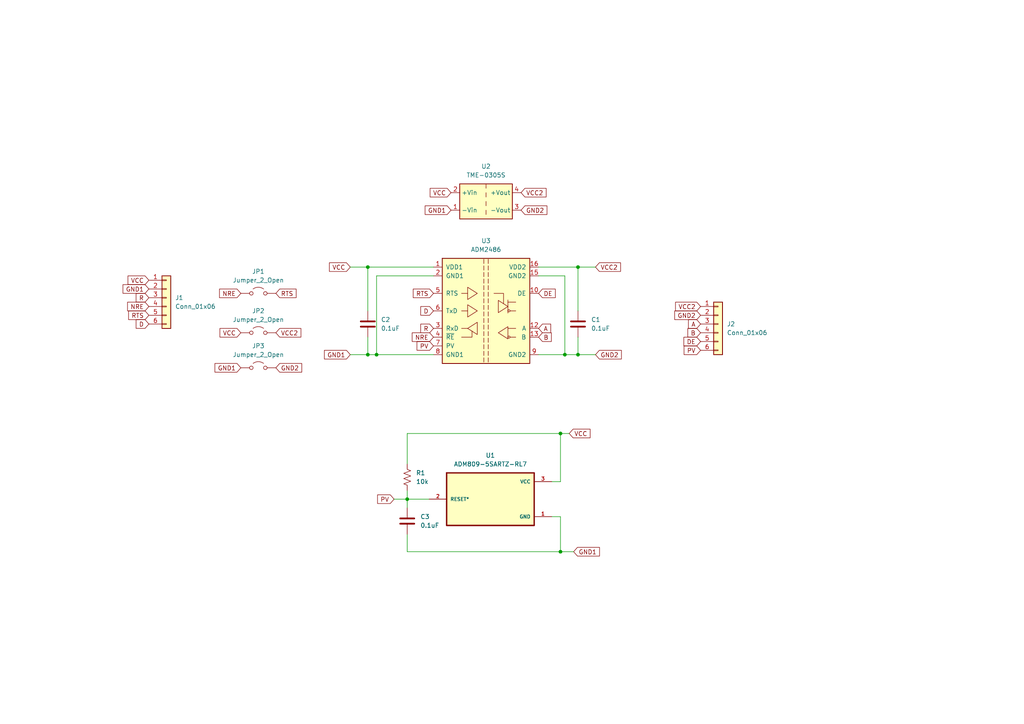
<source format=kicad_sch>
(kicad_sch (version 20231120) (generator "eeschema") (generator_version "8.0")
  (paper "A4")
  (lib_symbols
    (symbol "ASM809:ADM809-5SARTZ-RL7" (pin_names (offset 1.016))
      (property "Reference" "U" (at -12.7 8.62 0))
      (property "Value" "ADM809-5SARTZ-RL7" (at -12.7 -11.62 0))
      (symbol "ADM809-5SARTZ-RL7_0_0"
        (rectangle (start -12.7 -7.62) (end 12.7 7.62) (stroke (width 0.41)) (fill (type background)))
        (pin power_in line (at 17.78 -5.08 180) (length 5.08) (name "GND") (number "1"))
        (pin bidirectional line (at -17.78 0 0) (length 5.08) (name "RESET*") (number "2"))
        (pin power_in line (at 17.78 5.08 180) (length 5.08) (name "VCC") (number "3"))
      )
    )
    (symbol "Connector_Generic:Conn_01x06" (pin_names (offset 1.016) hide)
      (property "Reference" "J" (at 0 7.62 0))
      (property "Value" "Conn_01x06" (at 0 -10.16 0))
      (symbol "Conn_01x06_1_1"
        (rectangle (start -1.27 -7.493) (end 0 -7.747) (stroke (width 0.1524)))
        (rectangle (start -1.27 -4.953) (end 0 -5.207) (stroke (width 0.1524)))
        (rectangle (start -1.27 -2.413) (end 0 -2.667) (stroke (width 0.1524)))
        (rectangle (start -1.27 0.127) (end 0 -0.127) (stroke (width 0.1524)))
        (rectangle (start -1.27 2.667) (end 0 2.413) (stroke (width 0.1524)))
        (rectangle (start -1.27 5.207) (end 0 4.953) (stroke (width 0.1524)))
        (rectangle (start -1.27 6.35) (end 1.27 -8.89) (stroke (width 0.254)) (fill (type background)))
        (pin passive line (at -5.08 5.08 0) (length 3.81) (name "Pin_1") (number "1"))
        (pin passive line (at -5.08 2.54 0) (length 3.81) (name "Pin_2") (number "2"))
        (pin passive line (at -5.08 0 0) (length 3.81) (name "Pin_3") (number "3"))
        (pin passive line (at -5.08 -2.54 0) (length 3.81) (name "Pin_4") (number "4"))
        (pin passive line (at -5.08 -5.08 0) (length 3.81) (name "Pin_5") (number "5"))
        (pin passive line (at -5.08 -7.62 0) (length 3.81) (name "Pin_6") (number "6"))
      )
    )
    (symbol "Converter_DCDC:TME-0305S"
      (property "Reference" "U" (at -6.35 6.35 0))
      (property "Value" "TME-0305S" (at 2.54 6.35 0))
      (symbol "TME-0305S_0_0"
        (pin power_in line (at -10.16 -2.54 0) (length 2.54) (name "-Vin") (number "1"))
        (pin power_in line (at -10.16 2.54 0) (length 2.54) (name "+Vin") (number "2"))
        (pin power_out line (at 10.16 -2.54 180) (length 2.54) (name "-Vout") (number "3"))
        (pin power_out line (at 10.16 2.54 180) (length 2.54) (name "+Vout") (number "4"))
      )
      (symbol "TME-0305S_0_1"
        (rectangle (start -7.62 5.08) (end 7.62 -5.08) (stroke (width 0.254)) (fill (type background)))
        (polyline (pts (xy 0 -2.54) (xy 0 -3.81)))
        (polyline (pts (xy 0 0) (xy 0 -1.27)))
        (polyline (pts (xy 0 2.54) (xy 0 1.27)))
        (polyline (pts (xy 0 5.08) (xy 0 3.81)))
      )
    )
    (symbol "Device:C" (pin_numbers hide) (pin_names (offset 0.254))
      (property "Reference" "C" (at 0.635 2.54 0))
      (property "Value" "C" (at 0.635 -2.54 0))
      (symbol "C_0_1"
        (polyline (pts (xy -2.032 -0.762) (xy 2.032 -0.762)) (stroke (width 0.508)))
        (polyline (pts (xy -2.032 0.762) (xy 2.032 0.762)) (stroke (width 0.508)))
      )
      (symbol "C_1_1"
        (pin passive line (at 0 3.81 270) (length 2.794) (name "~") (number "1"))
        (pin passive line (at 0 -3.81 90) (length 2.794) (name "~") (number "2"))
      )
    )
    (symbol "Device:R_US" (pin_numbers hide) (pin_names (offset 0))
      (property "Reference" "R" (at 2.54 0 90))
      (property "Value" "R_US" (at -2.54 0 90))
      (symbol "R_US_0_1"
        (polyline (pts (xy 0 -2.286) (xy 0 -2.54)))
        (polyline (pts (xy 0 2.286) (xy 0 2.54)))
        (polyline (pts (xy 0 -0.762) (xy 1.016 -1.143) (xy 0 -1.524) (xy -1.016 -1.905) (xy 0 -2.286)))
        (polyline (pts (xy 0 0.762) (xy 1.016 0.381) (xy 0 0) (xy -1.016 -0.381) (xy 0 -0.762)))
        (polyline (pts (xy 0 2.286) (xy 1.016 1.905) (xy 0 1.524) (xy -1.016 1.143) (xy 0 0.762)))
      )
      (symbol "R_US_1_1"
        (pin passive line (at 0 3.81 270) (length 1.27) (name "~") (number "1"))
        (pin passive line (at 0 -3.81 90) (length 1.27) (name "~") (number "2"))
      )
    )
    (symbol "Jumper:Jumper_2_Open" (pin_numbers hide) (pin_names (offset 0) hide) (exclude_from_sim yes)
      (property "Reference" "JP" (at 0 2.794 0))
      (property "Value" "Jumper_2_Open" (at 0 -2.286 0))
      (symbol "Jumper_2_Open_0_0"
        (circle (center -2.032 0) (radius 0.508))
        (circle (center 2.032 0) (radius 0.508))
      )
      (symbol "Jumper_2_Open_0_1"
        (arc (start 1.524 1.27) (mid 0 1.778) (end -1.524 1.27))
      )
      (symbol "Jumper_2_Open_1_1"
        (pin passive line (at -5.08 0 0) (length 2.54) (name "A") (number "1"))
        (pin passive line (at 5.08 0 180) (length 2.54) (name "B") (number "2"))
      )
    )
    (symbol "ProjectLib:ADM2486" (pin_names (offset 1.016))
      (property "Reference" "U" (at 0 19.05 0))
      (property "Value" "ADM2486" (at 0 16.51 0))
      (symbol "ADM2486_0_0"
        (polyline (pts (xy -0.635 -13.589) (xy -0.635 -14.859)))
        (polyline (pts (xy -0.635 -11.684) (xy -0.635 -12.954)))
        (polyline (pts (xy -0.635 -9.779) (xy -0.635 -11.049)))
        (polyline (pts (xy -0.635 -7.874) (xy -0.635 -9.144)))
        (polyline (pts (xy -0.635 -5.969) (xy -0.635 -7.239)))
        (polyline (pts (xy -0.635 -4.064) (xy -0.635 -5.334)))
        (polyline (pts (xy -0.635 -2.159) (xy -0.635 -3.429)))
        (polyline (pts (xy -0.635 -0.254) (xy -0.635 -1.524)))
        (polyline (pts (xy -0.635 1.651) (xy -0.635 0.381)))
        (polyline (pts (xy -0.635 3.556) (xy -0.635 2.286)))
        (polyline (pts (xy -0.635 5.461) (xy -0.635 4.191)))
        (polyline (pts (xy -0.635 7.366) (xy -0.635 6.096)))
        (polyline (pts (xy -0.635 9.271) (xy -0.635 8.001)))
        (polyline (pts (xy -0.635 11.176) (xy -0.635 9.906)))
        (polyline (pts (xy -0.635 13.081) (xy -0.635 11.811)))
        (polyline (pts (xy -0.635 14.986) (xy -0.635 13.716)))
        (polyline (pts (xy 0.635 -13.589) (xy 0.635 -14.859)))
        (polyline (pts (xy 0.635 -11.684) (xy 0.635 -12.954)))
        (polyline (pts (xy 0.635 -9.779) (xy 0.635 -11.049)))
        (polyline (pts (xy 0.635 -7.874) (xy 0.635 -9.144)))
        (polyline (pts (xy 0.635 -5.969) (xy 0.635 -7.239)))
        (polyline (pts (xy 0.635 -4.064) (xy 0.635 -5.334)))
        (polyline (pts (xy 0.635 -2.159) (xy 0.635 -3.429)))
        (polyline (pts (xy 0.635 -0.254) (xy 0.635 -1.524)))
        (polyline (pts (xy 0.635 1.651) (xy 0.635 0.381)))
        (polyline (pts (xy 0.635 3.556) (xy 0.635 2.286)))
        (polyline (pts (xy 0.635 5.461) (xy 0.635 4.191)))
        (polyline (pts (xy 0.635 7.366) (xy 0.635 6.096)))
        (polyline (pts (xy 0.635 9.271) (xy 0.635 8.001)))
        (polyline (pts (xy 0.635 11.176) (xy 0.635 9.906)))
        (polyline (pts (xy 0.635 13.081) (xy 0.635 11.811)))
        (polyline (pts (xy 0.635 14.986) (xy 0.635 13.716)))
      )
      (symbol "ADM2486_0_1"
        (rectangle (start -12.7 15.24) (end 12.7 -15.24) (stroke (width 0.254)) (fill (type background)))
        (polyline (pts (xy -5.334 -5.08) (xy -7.112 -5.08)))
        (polyline (pts (xy -5.334 0) (xy -7.112 0)))
        (polyline (pts (xy -5.334 5.08) (xy -7.112 5.08)))
        (polyline (pts (xy 6.35 -5.08) (xy 8.636 -5.08)))
        (polyline (pts (xy 6.35 2.54) (xy 8.636 2.54)))
        (polyline (pts (xy 6.35 3.175) (xy 6.35 -0.635)))
        (polyline (pts (xy 6.9596 -7.62) (xy 8.636 -7.62)))
        (polyline (pts (xy 6.9596 0) (xy 8.636 0)))
        (polyline (pts (xy -7.112 -7.62) (xy -4.064 -7.62) (xy -4.064 -5.842)))
        (polyline (pts (xy 2.286 5.08) (xy 5.08 5.08) (xy 5.08 2.159)))
        (polyline (pts (xy -5.334 -5.08) (xy -2.54 -3.302) (xy -2.54 -6.858) (xy -5.334 -5.08)))
        (polyline (pts (xy -2.54 0) (xy -5.334 1.778) (xy -5.334 -1.778) (xy -2.54 0)))
        (polyline (pts (xy -2.54 5.08) (xy -5.334 6.858) (xy -5.334 3.302) (xy -2.54 5.08)))
        (polyline (pts (xy 3.556 -6.35) (xy 6.35 -4.572) (xy 6.35 -8.128) (xy 3.556 -6.35)))
        (polyline (pts (xy 6.35 1.27) (xy 3.556 3.048) (xy 3.556 -0.508) (xy 6.35 1.27)))
        (circle (center 6.6548 -7.5946) (radius 0.3048))
        (circle (center 6.6548 0.0254) (radius 0.3048))
      )
      (symbol "ADM2486_1_1"
        (pin power_in line (at -15.24 12.7 0) (length 2.54) (name "VDD1") (number "1"))
        (pin input line (at 15.24 5.08 180) (length 2.54) (name "DE") (number "10"))
        (pin no_connect line (at 15.24 2.54 180) (length 2.54) hide (name "Y") (number "11"))
        (pin input line (at 15.24 -5.08 180) (length 2.54) (name "A") (number "12"))
        (pin input line (at 15.24 -7.62 180) (length 2.54) (name "B") (number "13"))
        (pin no_connect line (at 15.24 0 180) (length 2.54) hide (name "Z") (number "14"))
        (pin power_in line (at 15.24 10.16 180) (length 2.54) (name "GND2") (number "15"))
        (pin power_in line (at 15.24 12.7 180) (length 2.54) (name "VDD2") (number "16"))
        (pin power_in line (at -15.24 10.16 0) (length 2.54) (name "GND1") (number "2"))
        (pin output line (at -15.24 -5.08 0) (length 2.54) (name "RxD") (number "3"))
        (pin input line (at -15.24 -7.62 0) (length 2.54) (name "~{RE}") (number "4"))
        (pin input line (at -15.24 5.08 0) (length 2.54) (name "RTS") (number "5"))
        (pin input line (at -15.24 0 0) (length 2.54) (name "TxD") (number "6"))
        (pin input line (at -15.24 -10.16 0) (length 2.54) (name "PV") (number "7"))
        (pin power_in line (at -15.24 -12.7 0) (length 2.54) (name "GND1") (number "8"))
        (pin power_in line (at 15.24 -12.7 180) (length 2.54) (name "GND2") (number "9"))
      )
    )
  )
  (junction (at 162.56 160.02))
  (junction (at 167.64 77.47))
  (junction (at 162.56 125.73))
  (junction (at 167.64 102.87))
  (junction (at 106.68 77.47))
  (junction (at 118.11 144.78))
  (junction (at 106.68 102.87))
  (junction (at 163.83 102.87))
  (junction (at 109.22 102.87))
  (wire (pts (xy 162.56 139.7) (xy 162.56 125.73)))
  (wire (pts (xy 156.21 80.01) (xy 163.83 80.01)))
  (wire (pts (xy 166.37 160.02) (xy 162.56 160.02)))
  (wire (pts (xy 118.11 144.78) (xy 124.46 144.78)))
  (wire (pts (xy 118.11 134.62) (xy 118.11 125.73)))
  (wire (pts (xy 167.64 77.47) (xy 167.64 90.17)))
  (wire (pts (xy 162.56 149.86) (xy 162.56 160.02)))
  (wire (pts (xy 106.68 90.17) (xy 106.68 77.47)))
  (wire (pts (xy 118.11 160.02) (xy 118.11 154.94)))
  (wire (pts (xy 156.21 77.47) (xy 167.64 77.47)))
  (wire (pts (xy 167.64 102.87) (xy 172.72 102.87)))
  (wire (pts (xy 106.68 77.47) (xy 101.6 77.47)))
  (wire (pts (xy 118.11 144.78) (xy 118.11 147.32)))
  (wire (pts (xy 106.68 102.87) (xy 109.22 102.87)))
  (wire (pts (xy 125.73 80.01) (xy 109.22 80.01)))
  (wire (pts (xy 109.22 102.87) (xy 125.73 102.87)))
  (wire (pts (xy 118.11 142.24) (xy 118.11 144.78)))
  (wire (pts (xy 163.83 102.87) (xy 167.64 102.87)))
  (wire (pts (xy 160.02 149.86) (xy 162.56 149.86)))
  (wire (pts (xy 114.3 144.78) (xy 118.11 144.78)))
  (wire (pts (xy 162.56 125.73) (xy 165.1 125.73)))
  (wire (pts (xy 109.22 80.01) (xy 109.22 102.87)))
  (wire (pts (xy 167.64 77.47) (xy 172.72 77.47)))
  (wire (pts (xy 156.21 102.87) (xy 163.83 102.87)))
  (wire (pts (xy 167.64 97.79) (xy 167.64 102.87)))
  (wire (pts (xy 101.6 102.87) (xy 106.68 102.87)))
  (wire (pts (xy 162.56 160.02) (xy 118.11 160.02)))
  (wire (pts (xy 106.68 102.87) (xy 106.68 97.79)))
  (wire (pts (xy 160.02 139.7) (xy 162.56 139.7)))
  (wire (pts (xy 118.11 125.73) (xy 162.56 125.73)))
  (wire (pts (xy 106.68 77.47) (xy 125.73 77.47)))
  (wire (pts (xy 163.83 80.01) (xy 163.83 102.87)))
  (global_label "R" (shape input) (at 43.18 86.36 180) (property "Intersheetrefs" "${INTERSHEET_REFS}" (effects (hide yes))))
  (global_label "RTS" (shape input) (at 43.18 91.44 180) (property "Intersheetrefs" "${INTERSHEET_REFS}" (effects (hide yes))))
  (global_label "RTS" (shape input) (at 125.73 85.09 180) (property "Intersheetrefs" "${INTERSHEET_REFS}" (effects (hide yes))))
  (global_label "D" (shape input) (at 125.73 90.17 180) (property "Intersheetrefs" "${INTERSHEET_REFS}" (effects (hide yes))))
  (global_label "NRE" (shape input) (at 125.73 97.79 180) (property "Intersheetrefs" "${INTERSHEET_REFS}" (effects (hide yes))))
  (global_label "B" (shape input) (at 203.2 96.52 180) (property "Intersheetrefs" "${INTERSHEET_REFS}" (effects (hide yes))))
  (global_label "GND1" (shape input) (at 43.18 83.82 180) (property "Intersheetrefs" "${INTERSHEET_REFS}" (effects (hide yes))))
  (global_label "GND1" (shape input) (at 101.6 102.87 180) (property "Intersheetrefs" "${INTERSHEET_REFS}" (effects (hide yes))))
  (global_label "VCC" (shape input) (at 101.6 77.47 180) (property "Intersheetrefs" "${INTERSHEET_REFS}" (effects (hide yes))))
  (global_label "GND1" (shape input) (at 130.81 60.96 180) (property "Intersheetrefs" "${INTERSHEET_REFS}" (effects (hide yes))))
  (global_label "VCC" (shape input) (at 69.85 96.52 180) (property "Intersheetrefs" "${INTERSHEET_REFS}" (effects (hide yes))))
  (global_label "GND2" (shape input) (at 172.72 102.87 0) (property "Intersheetrefs" "${INTERSHEET_REFS}" (effects (hide yes))))
  (global_label "VCC2" (shape input) (at 172.72 77.47 0) (property "Intersheetrefs" "${INTERSHEET_REFS}" (effects (hide yes))))
  (global_label "GND2" (shape input) (at 151.13 60.96 0) (property "Intersheetrefs" "${INTERSHEET_REFS}" (effects (hide yes))))
  (global_label "PV" (shape input) (at 114.3 144.78 180) (property "Intersheetrefs" "${INTERSHEET_REFS}" (effects (hide yes))))
  (global_label "VCC2" (shape input) (at 80.01 96.52 0) (property "Intersheetrefs" "${INTERSHEET_REFS}" (effects (hide yes))))
  (global_label "VCC2" (shape input) (at 203.2 88.9 180) (property "Intersheetrefs" "${INTERSHEET_REFS}" (effects (hide yes))))
  (global_label "GND2" (shape input) (at 80.01 106.68 0) (property "Intersheetrefs" "${INTERSHEET_REFS}" (effects (hide yes))))
  (global_label "R" (shape input) (at 125.73 95.25 180) (property "Intersheetrefs" "${INTERSHEET_REFS}" (effects (hide yes))))
  (global_label "DE" (shape input) (at 156.21 85.09 0) (property "Intersheetrefs" "${INTERSHEET_REFS}" (effects (hide yes))))
  (global_label "VCC" (shape input) (at 165.1 125.73 0) (property "Intersheetrefs" "${INTERSHEET_REFS}" (effects (hide yes))))
  (global_label "VCC" (shape input) (at 130.81 55.88 180) (property "Intersheetrefs" "${INTERSHEET_REFS}" (effects (hide yes))))
  (global_label "RTS" (shape input) (at 80.01 85.09 0) (property "Intersheetrefs" "${INTERSHEET_REFS}" (effects (hide yes))))
  (global_label "GND1" (shape input) (at 69.85 106.68 180) (property "Intersheetrefs" "${INTERSHEET_REFS}" (effects (hide yes))))
  (global_label "GND2" (shape input) (at 203.2 91.44 180) (property "Intersheetrefs" "${INTERSHEET_REFS}" (effects (hide yes))))
  (global_label "DE" (shape input) (at 203.2 99.06 180) (property "Intersheetrefs" "${INTERSHEET_REFS}" (effects (hide yes))))
  (global_label "A" (shape input) (at 156.21 95.25 0) (property "Intersheetrefs" "${INTERSHEET_REFS}" (effects (hide yes))))
  (global_label "A" (shape input) (at 203.2 93.98 180) (property "Intersheetrefs" "${INTERSHEET_REFS}" (effects (hide yes))))
  (global_label "VCC" (shape input) (at 43.18 81.28 180) (property "Intersheetrefs" "${INTERSHEET_REFS}" (effects (hide yes))))
  (global_label "PV" (shape input) (at 125.73 100.33 180) (property "Intersheetrefs" "${INTERSHEET_REFS}" (effects (hide yes))))
  (global_label "GND1" (shape input) (at 166.37 160.02 0) (property "Intersheetrefs" "${INTERSHEET_REFS}" (effects (hide yes))))
  (global_label "D" (shape input) (at 43.18 93.98 180) (property "Intersheetrefs" "${INTERSHEET_REFS}" (effects (hide yes))))
  (global_label "VCC2" (shape input) (at 151.13 55.88 0) (property "Intersheetrefs" "${INTERSHEET_REFS}" (effects (hide yes))))
  (global_label "NRE" (shape input) (at 43.18 88.9 180) (property "Intersheetrefs" "${INTERSHEET_REFS}" (effects (hide yes))))
  (global_label "NRE" (shape input) (at 69.85 85.09 180) (property "Intersheetrefs" "${INTERSHEET_REFS}" (effects (hide yes))))
  (global_label "B" (shape input) (at 156.21 97.79 0) (property "Intersheetrefs" "${INTERSHEET_REFS}" (effects (hide yes))))
  (global_label "PV" (shape input) (at 203.2 101.6 180) (property "Intersheetrefs" "${INTERSHEET_REFS}" (effects (hide yes))))
  (symbol (lib_id "Device:R_US") (at 118.11 138.43 0) (unit 1)
    (property "Reference" "R1" (at 120.65 137.1599 0) (effects (justify left)))
    (property "Value" "10k" (at 120.65 139.6999 0) (effects (justify left)))
    (property "Footprint" "Resistor_SMD:R_1206_3216Metric_Pad1.30x1.75mm_HandSolder" (effects (hide yes)))
    (property "Description" "Resistor, US symbol" (effects (hide yes)))
  )
  (symbol (lib_id "Connector_Generic:Conn_01x06") (at 48.26 86.36 0) (unit 1)
    (property "Reference" "J1" (at 50.8 86.3599 0) (effects (justify left)))
    (property "Value" "Conn_01x06" (at 50.8 88.8999 0) (effects (justify left)))
    (property "Footprint" "Connector_PinHeader_2.54mm:PinHeader_1x06_P2.54mm_Vertical" (effects (hide yes)))
    (property "Description" "Generic connector, single row, 01x06, script generated (kicad-library-utils/schlib/autogen/connector/)" (effects (hide yes)))
  )
  (symbol (lib_id "Device:C") (at 167.64 93.98 0) (unit 1)
    (property "Reference" "C1" (at 171.45 92.7099 0) (effects (justify left)))
    (property "Value" "0.1uF" (at 171.45 95.2499 0) (effects (justify left)))
    (property "Footprint" "Capacitor_SMD:C_1206_3216Metric_Pad1.33x1.80mm_HandSolder" (effects (hide yes)))
    (property "Description" "Unpolarized capacitor" (effects (hide yes)))
  )
  (symbol (lib_id "Jumper:Jumper_2_Open") (at 74.93 96.52 0) (unit 1) (exclude_from_sim yes)
    (property "Reference" "JP2" (at 74.93 90.17 0))
    (property "Value" "Jumper_2_Open" (at 74.93 92.71 0))
    (property "Footprint" "Jumper:SolderJumper-2_P1.3mm_Open_Pad1.0x1.5mm" (effects (hide yes)))
    (property "Description" "Jumper, 2-pole, open" (effects (hide yes)))
  )
  (symbol (lib_id "Converter_DCDC:TME-0305S") (at 140.97 58.42 0) (unit 1)
    (property "Reference" "U2" (at 140.97 48.26 0))
    (property "Value" "TME-0305S" (at 140.97 50.8 0))
    (property "Footprint" "Converter_DCDC:Converter_DCDC_TRACO_TME_03xxS_05xxS_12xxS_Single_THT" (effects (hide yes)))
    (property "Datasheet" "https://www.tracopower.com/products/tme.pdf" (effects (hide yes)))
    (property "Description" "1W DC/DC converter unregulated, 2.97-3.63V input, 5V output voltage, 200mA output, 1kVDC isolation, SIP-4" (effects (hide yes)))
  )
  (symbol (lib_id "Device:C") (at 106.68 93.98 0) (unit 1)
    (property "Reference" "C2" (at 110.49 92.7099 0) (effects (justify left)))
    (property "Value" "0.1uF" (at 110.49 95.2499 0) (effects (justify left)))
    (property "Footprint" "Capacitor_SMD:C_1206_3216Metric_Pad1.33x1.80mm_HandSolder" (effects (hide yes)))
    (property "Description" "Unpolarized capacitor" (effects (hide yes)))
  )
  (symbol (lib_id "Device:C") (at 118.11 151.13 0) (unit 1)
    (property "Reference" "C3" (at 121.92 149.8599 0) (effects (justify left)))
    (property "Value" "0.1uF" (at 121.92 152.3999 0) (effects (justify left)))
    (property "Footprint" "Capacitor_SMD:C_1206_3216Metric_Pad1.33x1.80mm_HandSolder" (effects (hide yes)))
    (property "Description" "Unpolarized capacitor" (effects (hide yes)))
  )
  (symbol (lib_id "Connector_Generic:Conn_01x06") (at 208.28 93.98 0) (unit 1)
    (property "Reference" "J2" (at 210.82 93.9799 0) (effects (justify left)))
    (property "Value" "Conn_01x06" (at 210.82 96.5199 0) (effects (justify left)))
    (property "Footprint" "Connector_PinHeader_2.54mm:PinHeader_1x06_P2.54mm_Vertical" (effects (hide yes)))
    (property "Description" "Generic connector, single row, 01x06, script generated (kicad-library-utils/schlib/autogen/connector/)" (effects (hide yes)))
  )
  (symbol (lib_id "Jumper:Jumper_2_Open") (at 74.93 85.09 0) (unit 1) (exclude_from_sim yes)
    (property "Reference" "JP1" (at 74.93 78.74 0))
    (property "Value" "Jumper_2_Open" (at 74.93 81.28 0))
    (property "Footprint" "Jumper:SolderJumper-2_P1.3mm_Open_Pad1.0x1.5mm" (effects (hide yes)))
    (property "Description" "Jumper, 2-pole, open" (effects (hide yes)))
  )
  (symbol (lib_id "Jumper:Jumper_2_Open") (at 74.93 106.68 0) (unit 1) (exclude_from_sim yes)
    (property "Reference" "JP3" (at 74.93 100.33 0))
    (property "Value" "Jumper_2_Open" (at 74.93 102.87 0))
    (property "Footprint" "Jumper:SolderJumper-2_P1.3mm_Open_Pad1.0x1.5mm" (effects (hide yes)))
    (property "Description" "Jumper, 2-pole, open" (effects (hide yes)))
  )
  (symbol (lib_id "ASM809:ADM809-5SARTZ-RL7") (at 142.24 144.78 0) (unit 1)
    (property "Reference" "U1" (at 142.24 132.08 0))
    (property "Value" "ADM809-5SARTZ-RL7" (at 142.24 134.62 0))
    (property "Footprint" "ISO1432:SOT96P237X112-3N" (effects (hide yes)))
    (property "MF" "Analog Devices" (effects (hide yes)))
    (property "Description_1" "\n                        \n                            Microprocessor Supervisory Circuit in 3-Lead SOT-23 & SC70, Active-Low Push-Pull Output\n                        \n" (effects (hide yes)))
    (property "Package" "SOT-3 Analog Devices" (effects (hide yes)))
    (property "Price" "None" (effects (hide yes)))
    (property "SnapEDA_Link" "https://www.snapeda.com/parts/ADM809-5SARTZ-RL7/Analog+Devices/view-part/?ref=snap" (effects (hide yes)))
    (property "MP" "ADM809-5SARTZ-RL7" (effects (hide yes)))
    (property "Availability" "In Stock" (effects (hide yes)))
    (property "Check_prices" "https://www.snapeda.com/parts/ADM809-5SARTZ-RL7/Analog+Devices/view-part/?ref=eda" (effects (hide yes)))
  )
  (symbol (lib_id "ProjectLib:ADM2486") (at 140.97 90.17 0) (unit 1)
    (property "Reference" "U3" (at 140.97 69.85 0))
    (property "Value" "ADM2486" (at 140.97 72.39 0))
    (property "Footprint" "Package_SO:SOIC-16W_7.5x10.3mm_P1.27mm" (effects (hide yes)))
    (property "Datasheet" "https://www.analog.com/media/en/technical-documentation/data-sheets/ADM2484E.pdf" (effects (hide yes)))
    (property "Description" "Isolated RS485/RS422 Transceiver, Half-/Full-Duplex, 500kbps,SOIC-16W" (effects (hide yes)))
  )
)
</source>
